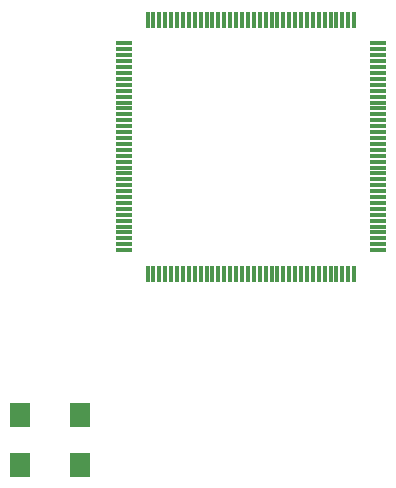
<source format=gbr>
%TF.GenerationSoftware,KiCad,Pcbnew,7.0.1*%
%TF.CreationDate,2023-04-21T00:10:31+02:00*%
%TF.ProjectId,SimpleLattice,53696d70-6c65-44c6-9174-746963652e6b,rev?*%
%TF.SameCoordinates,Original*%
%TF.FileFunction,Paste,Top*%
%TF.FilePolarity,Positive*%
%FSLAX46Y46*%
G04 Gerber Fmt 4.6, Leading zero omitted, Abs format (unit mm)*
G04 Created by KiCad (PCBNEW 7.0.1) date 2023-04-21 00:10:31*
%MOMM*%
%LPD*%
G01*
G04 APERTURE LIST*
%ADD10R,1.800000X2.000000*%
%ADD11R,1.475000X0.300000*%
%ADD12R,0.300000X1.475000*%
G04 APERTURE END LIST*
D10*
%TO.C,Y1*%
X111160000Y-102900000D03*
X116240000Y-102900000D03*
X116240000Y-98700000D03*
X111160000Y-98700000D03*
%TD*%
D11*
%TO.C,IC1*%
X119962000Y-67250000D03*
X119962000Y-67750000D03*
X119962000Y-68250000D03*
X119962000Y-68750000D03*
X119962000Y-69250000D03*
X119962000Y-69750000D03*
X119962000Y-70250000D03*
X119962000Y-70750000D03*
X119962000Y-71250000D03*
X119962000Y-71750000D03*
X119962000Y-72250000D03*
X119962000Y-72750000D03*
X119962000Y-73250000D03*
X119962000Y-73750000D03*
X119962000Y-74250000D03*
X119962000Y-74750000D03*
X119962000Y-75250000D03*
X119962000Y-75750000D03*
X119962000Y-76250000D03*
X119962000Y-76750000D03*
X119962000Y-77250000D03*
X119962000Y-77750000D03*
X119962000Y-78250000D03*
X119962000Y-78750000D03*
X119962000Y-79250000D03*
X119962000Y-79750000D03*
X119962000Y-80250000D03*
X119962000Y-80750000D03*
X119962000Y-81250000D03*
X119962000Y-81750000D03*
X119962000Y-82250000D03*
X119962000Y-82750000D03*
X119962000Y-83250000D03*
X119962000Y-83750000D03*
X119962000Y-84250000D03*
X119962000Y-84750000D03*
D12*
X121950000Y-86738000D03*
X122450000Y-86738000D03*
X122950000Y-86738000D03*
X123450000Y-86738000D03*
X123950000Y-86738000D03*
X124450000Y-86738000D03*
X124950000Y-86738000D03*
X125450000Y-86738000D03*
X125950000Y-86738000D03*
X126450000Y-86738000D03*
X126950000Y-86738000D03*
X127450000Y-86738000D03*
X127950000Y-86738000D03*
X128450000Y-86738000D03*
X128950000Y-86738000D03*
X129450000Y-86738000D03*
X129950000Y-86738000D03*
X130450000Y-86738000D03*
X130950000Y-86738000D03*
X131450000Y-86738000D03*
X131950000Y-86738000D03*
X132450000Y-86738000D03*
X132950000Y-86738000D03*
X133450000Y-86738000D03*
X133950000Y-86738000D03*
X134450000Y-86738000D03*
X134950000Y-86738000D03*
X135450000Y-86738000D03*
X135950000Y-86738000D03*
X136450000Y-86738000D03*
X136950000Y-86738000D03*
X137450000Y-86738000D03*
X137950000Y-86738000D03*
X138450000Y-86738000D03*
X138950000Y-86738000D03*
X139450000Y-86738000D03*
D11*
X141438000Y-84750000D03*
X141438000Y-84250000D03*
X141438000Y-83750000D03*
X141438000Y-83250000D03*
X141438000Y-82750000D03*
X141438000Y-82250000D03*
X141438000Y-81750000D03*
X141438000Y-81250000D03*
X141438000Y-80750000D03*
X141438000Y-80250000D03*
X141438000Y-79750000D03*
X141438000Y-79250000D03*
X141438000Y-78750000D03*
X141438000Y-78250000D03*
X141438000Y-77750000D03*
X141438000Y-77250000D03*
X141438000Y-76750000D03*
X141438000Y-76250000D03*
X141438000Y-75750000D03*
X141438000Y-75250000D03*
X141438000Y-74750000D03*
X141438000Y-74250000D03*
X141438000Y-73750000D03*
X141438000Y-73250000D03*
X141438000Y-72750000D03*
X141438000Y-72250000D03*
X141438000Y-71750000D03*
X141438000Y-71250000D03*
X141438000Y-70750000D03*
X141438000Y-70250000D03*
X141438000Y-69750000D03*
X141438000Y-69250000D03*
X141438000Y-68750000D03*
X141438000Y-68250000D03*
X141438000Y-67750000D03*
X141438000Y-67250000D03*
D12*
X139450000Y-65262000D03*
X138950000Y-65262000D03*
X138450000Y-65262000D03*
X137950000Y-65262000D03*
X137450000Y-65262000D03*
X136950000Y-65262000D03*
X136450000Y-65262000D03*
X135950000Y-65262000D03*
X135450000Y-65262000D03*
X134950000Y-65262000D03*
X134450000Y-65262000D03*
X133950000Y-65262000D03*
X133450000Y-65262000D03*
X132950000Y-65262000D03*
X132450000Y-65262000D03*
X131950000Y-65262000D03*
X131450000Y-65262000D03*
X130950000Y-65262000D03*
X130450000Y-65262000D03*
X129950000Y-65262000D03*
X129450000Y-65262000D03*
X128950000Y-65262000D03*
X128450000Y-65262000D03*
X127950000Y-65262000D03*
X127450000Y-65262000D03*
X126950000Y-65262000D03*
X126450000Y-65262000D03*
X125950000Y-65262000D03*
X125450000Y-65262000D03*
X124950000Y-65262000D03*
X124450000Y-65262000D03*
X123950000Y-65262000D03*
X123450000Y-65262000D03*
X122950000Y-65262000D03*
X122450000Y-65262000D03*
X121950000Y-65262000D03*
%TD*%
M02*

</source>
